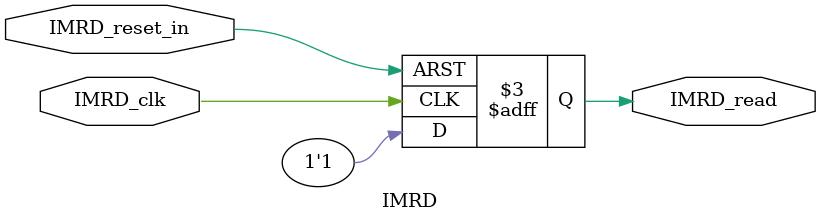
<source format=v>
/*#########################################################################
//# Instruction memory read signal generator for single cycle core
//#########################################################################
//#
//# Copyright (C) 2021 Jose Maria Jaramillo Hoyos
//# 
//# This program is free software: you can redistribute it and/or modify
//# it under the terms of the GNU General Public License as published by
//# the Free Software Foundation, either version 3 of the License, or
//# (at your option) any later version.
//#
//# This program is distributed in the hope that it will be useful,
//# but WITHOUT ANY WARRANTY; without even the implied warranty of
//# MERCHANTABILITY or FITNESS FOR A PARTICULAR PURPOSE.  See the
//# GNU General Public License for more details.
//#
//# You should have received a copy of the GNU General Public License
//# along with this program.  If not, see <https://www.gnu.org/licenses/>.
//#
//########################################################################*/

module IMRD (

input IMRD_clk,
input IMRD_reset_in,
output reg IMRD_read

);


always@(posedge IMRD_clk or negedge IMRD_reset_in)
begin
	
	if(!IMRD_reset_in)
		IMRD_read=1'b0;
	else
		IMRD_read=1'b1;
end


endmodule

</source>
